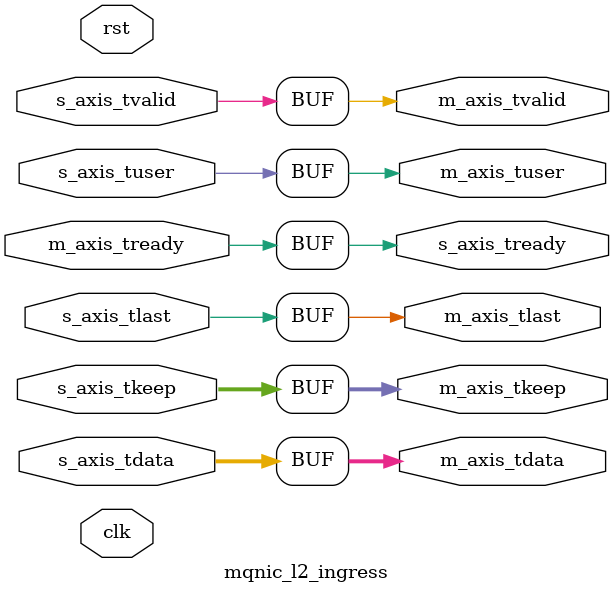
<source format=v>
/*
 * Copyright (c) 2021-2023 The Regents of the University of California
 */

// Language: Verilog 2001

`resetall
`timescale 1ns / 1ps
`default_nettype none

/*
 * NIC layer 2 ingress processing
 */
module mqnic_l2_ingress #
(
    // Width of AXI stream interfaces in bits
    parameter AXIS_DATA_WIDTH = 256,
    // AXI stream tkeep signal width (words per cycle)
    parameter AXIS_KEEP_WIDTH = AXIS_DATA_WIDTH/8,
    // AXI stream tuser signal width
    parameter AXIS_USER_WIDTH = 1,
    // Can apply backpressure with tready
    parameter AXIS_USE_READY = 0
)
(
    input  wire                             clk,
    input  wire                             rst,

    /*
     * Receive data input
     */
    input  wire [AXIS_DATA_WIDTH-1:0]       s_axis_tdata,
    input  wire [AXIS_KEEP_WIDTH-1:0]       s_axis_tkeep,
    input  wire                             s_axis_tvalid,
    output wire                             s_axis_tready,
    input  wire                             s_axis_tlast,
    input  wire [AXIS_USER_WIDTH-1:0]       s_axis_tuser,

    /*
     * Receive data output
     */
    output wire [AXIS_DATA_WIDTH-1:0]       m_axis_tdata,
    output wire [AXIS_KEEP_WIDTH-1:0]       m_axis_tkeep,
    output wire                             m_axis_tvalid,
    input  wire                             m_axis_tready,
    output wire                             m_axis_tlast,
    output wire [AXIS_USER_WIDTH-1:0]       m_axis_tuser
);

// placeholder
assign m_axis_tdata = s_axis_tdata;
assign m_axis_tkeep = s_axis_tkeep;
assign m_axis_tvalid = s_axis_tvalid;
assign s_axis_tready = m_axis_tready;
assign m_axis_tlast = s_axis_tlast;
assign m_axis_tuser = s_axis_tuser;

endmodule

`resetall

</source>
